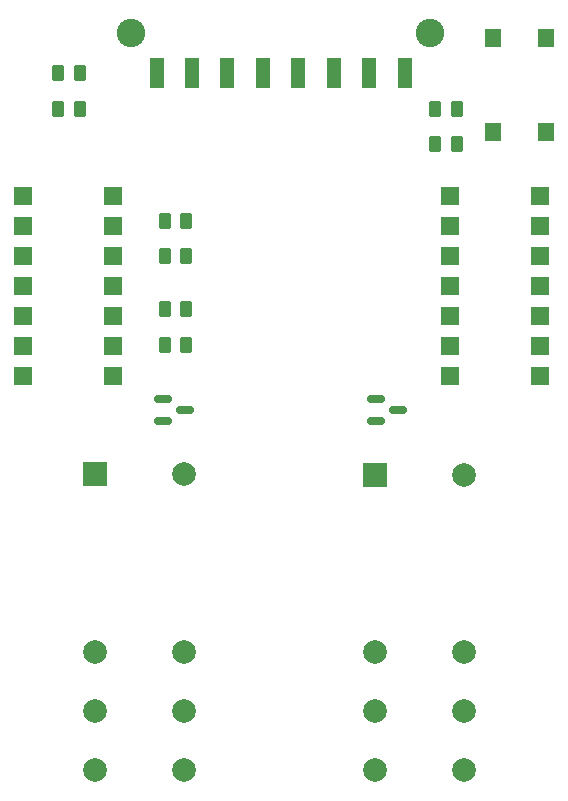
<source format=gbr>
%TF.GenerationSoftware,KiCad,Pcbnew,8.0.4*%
%TF.CreationDate,2024-08-11T17:04:56+02:00*%
%TF.ProjectId,SDCreset,53444372-6573-4657-942e-6b696361645f,rev?*%
%TF.SameCoordinates,Original*%
%TF.FileFunction,Soldermask,Top*%
%TF.FilePolarity,Negative*%
%FSLAX46Y46*%
G04 Gerber Fmt 4.6, Leading zero omitted, Abs format (unit mm)*
G04 Created by KiCad (PCBNEW 8.0.4) date 2024-08-11 17:04:56*
%MOMM*%
%LPD*%
G01*
G04 APERTURE LIST*
G04 Aperture macros list*
%AMRoundRect*
0 Rectangle with rounded corners*
0 $1 Rounding radius*
0 $2 $3 $4 $5 $6 $7 $8 $9 X,Y pos of 4 corners*
0 Add a 4 corners polygon primitive as box body*
4,1,4,$2,$3,$4,$5,$6,$7,$8,$9,$2,$3,0*
0 Add four circle primitives for the rounded corners*
1,1,$1+$1,$2,$3*
1,1,$1+$1,$4,$5*
1,1,$1+$1,$6,$7*
1,1,$1+$1,$8,$9*
0 Add four rect primitives between the rounded corners*
20,1,$1+$1,$2,$3,$4,$5,0*
20,1,$1+$1,$4,$5,$6,$7,0*
20,1,$1+$1,$6,$7,$8,$9,0*
20,1,$1+$1,$8,$9,$2,$3,0*%
G04 Aperture macros list end*
%ADD10RoundRect,0.150000X-0.587500X-0.150000X0.587500X-0.150000X0.587500X0.150000X-0.587500X0.150000X0*%
%ADD11R,1.600000X1.600000*%
%ADD12RoundRect,0.250000X-0.262500X-0.450000X0.262500X-0.450000X0.262500X0.450000X-0.262500X0.450000X0*%
%ADD13RoundRect,0.250000X0.262500X0.450000X-0.262500X0.450000X-0.262500X-0.450000X0.262500X-0.450000X0*%
%ADD14R,1.400000X1.600000*%
%ADD15C,2.000000*%
%ADD16R,2.000000X2.000000*%
%ADD17C,2.410000*%
%ADD18R,1.270000X2.540000*%
G04 APERTURE END LIST*
D10*
%TO.C,Q1*%
X183062500Y-83550000D03*
X183062500Y-85450000D03*
X184937500Y-84500000D03*
%TD*%
D11*
%TO.C,U1*%
X160810000Y-81620000D03*
X160810000Y-79080000D03*
X160810000Y-76540000D03*
X160810000Y-74000000D03*
X160810000Y-71460000D03*
X160810000Y-68920000D03*
X160810000Y-66380000D03*
X153190000Y-66380000D03*
X153190000Y-68920000D03*
X153190000Y-71460000D03*
X153190000Y-74000000D03*
X153190000Y-76540000D03*
X153190000Y-79080000D03*
X153190000Y-81620000D03*
%TD*%
D12*
%TO.C,R1*%
X156175000Y-59000000D03*
X158000000Y-59000000D03*
%TD*%
D13*
%TO.C,R5*%
X167000000Y-76000000D03*
X165175000Y-76000000D03*
%TD*%
D14*
%TO.C,SW1*%
X193000000Y-61000000D03*
X193000000Y-53000000D03*
X197500000Y-61000000D03*
X197500000Y-53000000D03*
%TD*%
D15*
%TO.C,K1*%
X159312500Y-109962500D03*
X159312500Y-104962500D03*
X159312500Y-114962500D03*
X166812500Y-109962500D03*
X166812500Y-104962500D03*
X166812500Y-114962500D03*
D16*
X159312500Y-89962500D03*
D15*
X166812500Y-89962500D03*
%TD*%
D12*
%TO.C,R3*%
X188087500Y-59000000D03*
X189912500Y-59000000D03*
%TD*%
%TO.C,R6*%
X165175000Y-79050000D03*
X167000000Y-79050000D03*
%TD*%
D10*
%TO.C,Q2*%
X165062500Y-83550000D03*
X165062500Y-85450000D03*
X166937500Y-84500000D03*
%TD*%
D15*
%TO.C,K2*%
X183000000Y-110000000D03*
X183000000Y-105000000D03*
X183000000Y-115000000D03*
X190500000Y-110000000D03*
X190500000Y-105000000D03*
X190500000Y-115000000D03*
D16*
X183000000Y-90000000D03*
D15*
X190500000Y-90000000D03*
%TD*%
D11*
%TO.C,U2*%
X189380000Y-66380000D03*
X189380000Y-68920000D03*
X189380000Y-71460000D03*
X189380000Y-74000000D03*
X189380000Y-76540000D03*
X189380000Y-79080000D03*
X189380000Y-81620000D03*
X197000000Y-81620000D03*
X197000000Y-79080000D03*
X197000000Y-76540000D03*
X197000000Y-74000000D03*
X197000000Y-71460000D03*
X197000000Y-68920000D03*
X197000000Y-66380000D03*
%TD*%
D13*
%TO.C,R7*%
X167000000Y-68500000D03*
X165175000Y-68500000D03*
%TD*%
%TO.C,R2*%
X158000000Y-56000000D03*
X156175000Y-56000000D03*
%TD*%
%TO.C,R4*%
X189912500Y-61950000D03*
X188087500Y-61950000D03*
%TD*%
D12*
%TO.C,R8*%
X165175000Y-71500000D03*
X167000000Y-71500000D03*
%TD*%
D17*
%TO.C,J1*%
X162350000Y-52580000D03*
X187650000Y-52580000D03*
D18*
X164500000Y-56000000D03*
X167500000Y-56000000D03*
X170500000Y-56000000D03*
X173500000Y-56000000D03*
X176500000Y-56000000D03*
X179500000Y-56000000D03*
X182500000Y-56000000D03*
X185500000Y-56000000D03*
%TD*%
M02*

</source>
